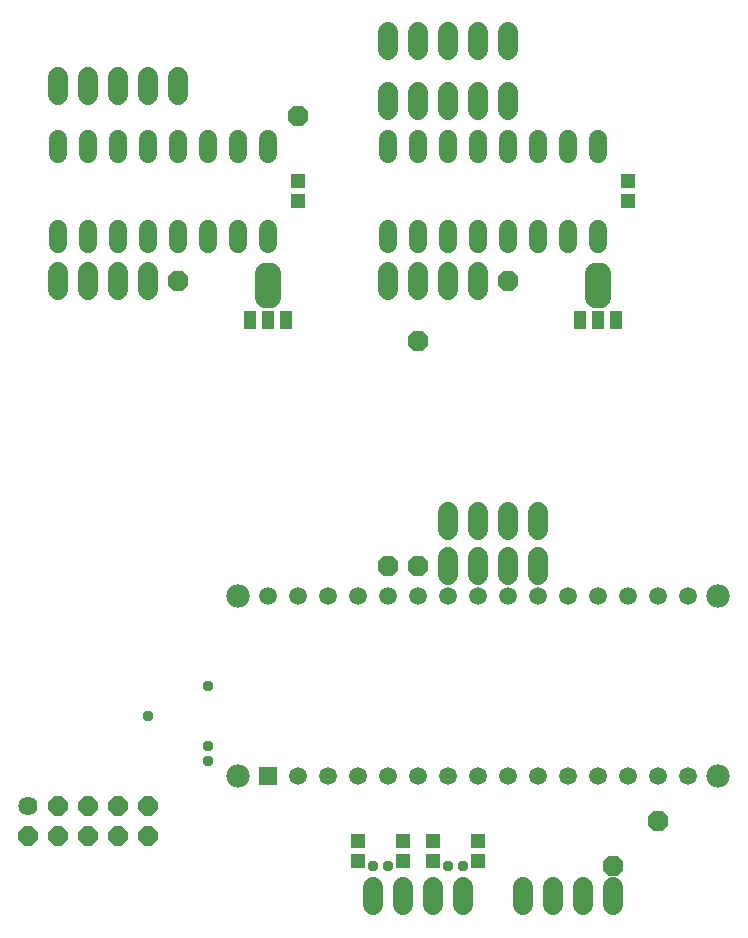
<source format=gbr>
G04 EAGLE Gerber RS-274X export*
G75*
%MOMM*%
%FSLAX34Y34*%
%LPD*%
%INSoldermask Top*%
%IPPOS*%
%AMOC8*
5,1,8,0,0,1.08239X$1,22.5*%
G01*
%ADD10C,1.981200*%
%ADD11R,1.511200X1.511200*%
%ADD12C,1.511200*%
%ADD13R,1.203200X1.303200*%
%ADD14C,1.524000*%
%ADD15C,1.727200*%
%ADD16R,1.003200X1.603200*%
%ADD17C,1.721103*%
%ADD18R,1.000000X1.600000*%
%ADD19C,1.625600*%
%ADD20P,1.759533X8X22.500000*%
%ADD21P,1.869504X8X22.500000*%
%ADD22C,0.959600*%


D10*
X215900Y139700D03*
D11*
X241300Y139700D03*
D12*
X266700Y139700D03*
X292100Y139700D03*
X317500Y139700D03*
X342900Y139700D03*
X368300Y139700D03*
X393700Y139700D03*
X419100Y139700D03*
X444500Y139700D03*
X469900Y139700D03*
X495300Y139700D03*
X520700Y139700D03*
X546100Y139700D03*
X571500Y139700D03*
X596900Y139700D03*
X596900Y292100D03*
X571500Y292100D03*
X546100Y292100D03*
X520700Y292100D03*
X495300Y292100D03*
X469900Y292100D03*
X444500Y292100D03*
X419100Y292100D03*
X393700Y292100D03*
X368300Y292100D03*
X342900Y292100D03*
X317500Y292100D03*
X292100Y292100D03*
X266700Y292100D03*
X241300Y292100D03*
D10*
X215900Y292100D03*
X622300Y292100D03*
X622300Y139700D03*
D13*
X266700Y643500D03*
X266700Y626500D03*
X546100Y643500D03*
X546100Y626500D03*
D14*
X63500Y603504D02*
X63500Y590296D01*
X88900Y590296D02*
X88900Y603504D01*
X215900Y603504D02*
X215900Y590296D01*
X241300Y590296D02*
X241300Y603504D01*
X114300Y603504D02*
X114300Y590296D01*
X139700Y590296D02*
X139700Y603504D01*
X190500Y603504D02*
X190500Y590296D01*
X165100Y590296D02*
X165100Y603504D01*
X241300Y666496D02*
X241300Y679704D01*
X215900Y679704D02*
X215900Y666496D01*
X190500Y666496D02*
X190500Y679704D01*
X165100Y679704D02*
X165100Y666496D01*
X139700Y666496D02*
X139700Y679704D01*
X114300Y679704D02*
X114300Y666496D01*
X88900Y666496D02*
X88900Y679704D01*
X63500Y679704D02*
X63500Y666496D01*
X342900Y603504D02*
X342900Y590296D01*
X368300Y590296D02*
X368300Y603504D01*
X495300Y603504D02*
X495300Y590296D01*
X520700Y590296D02*
X520700Y603504D01*
X393700Y603504D02*
X393700Y590296D01*
X419100Y590296D02*
X419100Y603504D01*
X469900Y603504D02*
X469900Y590296D01*
X444500Y590296D02*
X444500Y603504D01*
X520700Y666496D02*
X520700Y679704D01*
X495300Y679704D02*
X495300Y666496D01*
X469900Y666496D02*
X469900Y679704D01*
X444500Y679704D02*
X444500Y666496D01*
X419100Y666496D02*
X419100Y679704D01*
X393700Y679704D02*
X393700Y666496D01*
X368300Y666496D02*
X368300Y679704D01*
X342900Y679704D02*
X342900Y666496D01*
D15*
X63500Y716280D02*
X63500Y731520D01*
X88900Y731520D02*
X88900Y716280D01*
X114300Y716280D02*
X114300Y731520D01*
X139700Y731520D02*
X139700Y716280D01*
X165100Y716280D02*
X165100Y731520D01*
X342900Y754380D02*
X342900Y769620D01*
X368300Y769620D02*
X368300Y754380D01*
X393700Y754380D02*
X393700Y769620D01*
X419100Y769620D02*
X419100Y754380D01*
X444500Y754380D02*
X444500Y769620D01*
X342900Y718820D02*
X342900Y703580D01*
X368300Y703580D02*
X368300Y718820D01*
X393700Y718820D02*
X393700Y703580D01*
X419100Y703580D02*
X419100Y718820D01*
X444500Y718820D02*
X444500Y703580D01*
D13*
X317500Y84700D03*
X317500Y67700D03*
D16*
X505710Y526290D03*
X535690Y526290D03*
D17*
X523271Y544839D02*
X518129Y544839D01*
X518129Y566161D01*
X523271Y566161D01*
X523271Y544839D01*
X523271Y561189D02*
X518129Y561189D01*
D18*
X520700Y526300D03*
D16*
X226310Y526290D03*
X256290Y526290D03*
D17*
X243871Y544839D02*
X238729Y544839D01*
X238729Y566161D01*
X243871Y566161D01*
X243871Y544839D01*
X243871Y561189D02*
X238729Y561189D01*
D18*
X241300Y526300D03*
D19*
X38100Y114300D03*
D20*
X38100Y88900D03*
X63500Y114300D03*
X63500Y88900D03*
X88900Y114300D03*
X88900Y88900D03*
X114300Y114300D03*
X114300Y88900D03*
X139700Y114300D03*
X139700Y88900D03*
D15*
X393700Y347980D02*
X393700Y363220D01*
X419100Y363220D02*
X419100Y347980D01*
X444500Y347980D02*
X444500Y363220D01*
X469900Y363220D02*
X469900Y347980D01*
X393700Y325120D02*
X393700Y309880D01*
X419100Y309880D02*
X419100Y325120D01*
X444500Y325120D02*
X444500Y309880D01*
X469900Y309880D02*
X469900Y325120D01*
X63500Y551180D02*
X63500Y566420D01*
X88900Y566420D02*
X88900Y551180D01*
X114300Y551180D02*
X114300Y566420D01*
X139700Y566420D02*
X139700Y551180D01*
X342900Y551180D02*
X342900Y566420D01*
X368300Y566420D02*
X368300Y551180D01*
X393700Y551180D02*
X393700Y566420D01*
X419100Y566420D02*
X419100Y551180D01*
D21*
X368300Y317500D03*
X342900Y317500D03*
X165100Y558800D03*
X368300Y508000D03*
X533400Y63500D03*
X571500Y101600D03*
X444500Y558800D03*
X266700Y698500D03*
D15*
X330200Y45720D02*
X330200Y30480D01*
X355600Y30480D02*
X355600Y45720D01*
X381000Y45720D02*
X381000Y30480D01*
X406400Y30480D02*
X406400Y45720D01*
D13*
X355600Y84700D03*
X355600Y67700D03*
X381000Y84700D03*
X381000Y67700D03*
X419100Y84700D03*
X419100Y67700D03*
D15*
X457200Y45720D02*
X457200Y30480D01*
X482600Y30480D02*
X482600Y45720D01*
X508000Y45720D02*
X508000Y30480D01*
X533400Y30480D02*
X533400Y45720D01*
D22*
X330200Y63500D03*
X190500Y215900D03*
X139700Y190500D03*
X190500Y165100D03*
X190500Y152400D03*
X342900Y63500D03*
X393700Y63500D03*
X406400Y63500D03*
M02*

</source>
